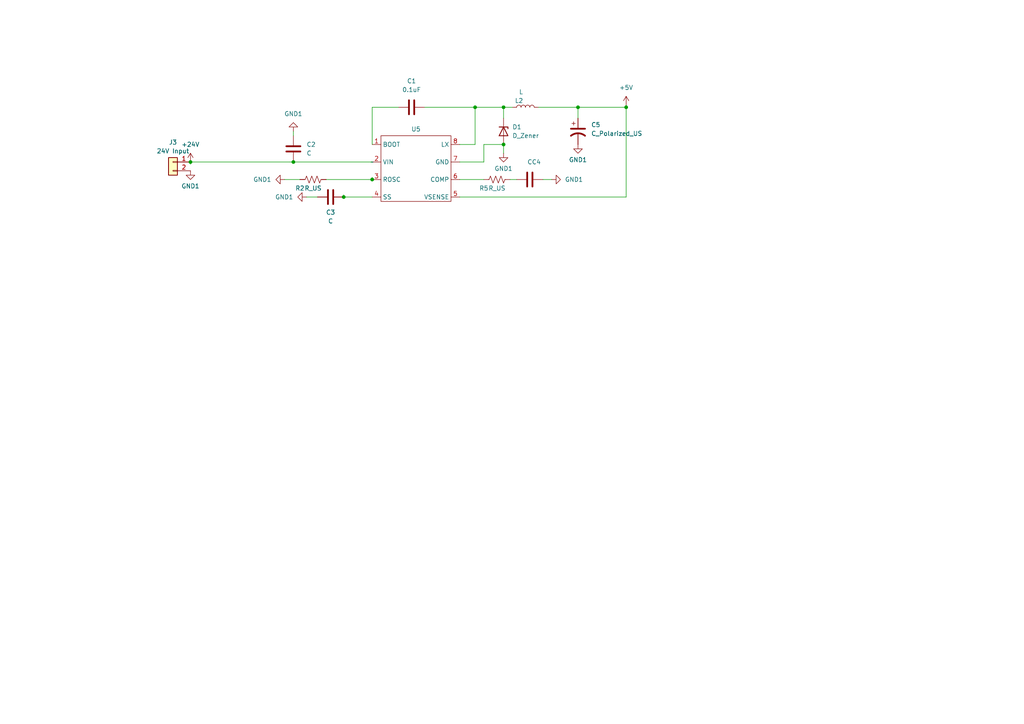
<source format=kicad_sch>
(kicad_sch (version 20230121) (generator eeschema)
  (paper "A4")
  (lib_symbols
    (symbol "Connector_Generic:Conn_01x02" (pin_names (offset 1.016) hide)
      (property "Reference" "J" (at 0 2.54 0))
      (property "Value" "Conn_01x02" (at 0 -5.08 0))
      (symbol "Conn_01x02_1_1"
        (rectangle (start -1.27 -2.413) (end 0 -2.667) (stroke (width 0.1524)))
        (rectangle (start -1.27 0.127) (end 0 -0.127) (stroke (width 0.1524)))
        (rectangle (start -1.27 1.27) (end 1.27 -3.81) (stroke (width 0.254)) (fill (type background)))
        (pin passive line (at -5.08 0 0) (length 3.81) (name "Pin_1") (number "1"))
        (pin passive line (at -5.08 -2.54 0) (length 3.81) (name "Pin_2") (number "2"))
      )
    )
    (symbol "Device:C" (pin_numbers hide) (pin_names (offset 0.254))
      (property "Reference" "C" (at 0.635 2.54 0))
      (property "Value" "C" (at 0.635 -2.54 0))
      (symbol "C_0_1"
        (polyline (pts (xy -2.032 -0.762) (xy 2.032 -0.762)) (stroke (width 0.508)))
        (polyline (pts (xy -2.032 0.762) (xy 2.032 0.762)) (stroke (width 0.508)))
      )
      (symbol "C_1_1"
        (pin passive line (at 0 3.81 270) (length 2.794) (name "~") (number "1"))
        (pin passive line (at 0 -3.81 90) (length 2.794) (name "~") (number "2"))
      )
    )
    (symbol "Device:C_Polarized_US" (pin_numbers hide) (pin_names (offset 0.254) hide)
      (property "Reference" "C" (at 0.635 2.54 0))
      (property "Value" "C_Polarized_US" (at 0.635 -2.54 0))
      (symbol "C_Polarized_US_0_1"
        (polyline (pts (xy -2.032 0.762) (xy 2.032 0.762)) (stroke (width 0.508)))
        (polyline (pts (xy -1.778 2.286) (xy -0.762 2.286)))
        (polyline (pts (xy -1.27 1.778) (xy -1.27 2.794)))
        (arc (start 2.032 -1.27) (mid 0 -0.5572) (end -2.032 -1.27) (stroke (width 0.508)))
      )
      (symbol "C_Polarized_US_1_1"
        (pin passive line (at 0 3.81 270) (length 2.794) (name "~") (number "1"))
        (pin passive line (at 0 -3.81 90) (length 3.302) (name "~") (number "2"))
      )
    )
    (symbol "Device:D_Zener" (pin_numbers hide) (pin_names (offset 1.016) hide)
      (property "Reference" "D" (at 0 2.54 0))
      (property "Value" "D_Zener" (at 0 -2.54 0))
      (symbol "D_Zener_0_1"
        (polyline (pts (xy 1.27 0) (xy -1.27 0)))
        (polyline (pts (xy -1.27 -1.27) (xy -1.27 1.27) (xy -0.762 1.27)) (stroke (width 0.254)))
        (polyline (pts (xy 1.27 -1.27) (xy 1.27 1.27) (xy -1.27 0) (xy 1.27 -1.27)) (stroke (width 0.254)))
      )
      (symbol "D_Zener_1_1"
        (pin passive line (at -3.81 0 0) (length 2.54) (name "K") (number "1"))
        (pin passive line (at 3.81 0 180) (length 2.54) (name "A") (number "2"))
      )
    )
    (symbol "Device:L" (pin_numbers hide) (pin_names (offset 1.016) hide)
      (property "Reference" "L" (at -1.27 0 90))
      (property "Value" "L" (at 1.905 0 90))
      (symbol "L_0_1"
        (arc (start 0 -2.54) (mid 0.6323 -1.905) (end 0 -1.27))
        (arc (start 0 -1.27) (mid 0.6323 -0.635) (end 0 0))
        (arc (start 0 0) (mid 0.6323 0.635) (end 0 1.27))
        (arc (start 0 1.27) (mid 0.6323 1.905) (end 0 2.54))
      )
      (symbol "L_1_1"
        (pin passive line (at 0 3.81 270) (length 1.27) (name "1") (number "1"))
        (pin passive line (at 0 -3.81 90) (length 1.27) (name "2") (number "2"))
      )
    )
    (symbol "Device:R_US" (pin_numbers hide) (pin_names (offset 0))
      (property "Reference" "R" (at 2.54 0 90))
      (property "Value" "R_US" (at -2.54 0 90))
      (symbol "R_US_0_1"
        (polyline (pts (xy 0 -2.286) (xy 0 -2.54)))
        (polyline (pts (xy 0 2.286) (xy 0 2.54)))
        (polyline (pts (xy 0 -0.762) (xy 1.016 -1.143) (xy 0 -1.524) (xy -1.016 -1.905) (xy 0 -2.286)))
        (polyline (pts (xy 0 0.762) (xy 1.016 0.381) (xy 0 0) (xy -1.016 -0.381) (xy 0 -0.762)))
        (polyline (pts (xy 0 2.286) (xy 1.016 1.905) (xy 0 1.524) (xy -1.016 1.143) (xy 0 0.762)))
      )
      (symbol "R_US_1_1"
        (pin passive line (at 0 3.81 270) (length 1.27) (name "~") (number "1"))
        (pin passive line (at 0 -3.81 90) (length 1.27) (name "~") (number "2"))
      )
    )
    (symbol "TPS5405DR_1"
      (property "Reference" "U4" (at 5.08 9.525 0))
      (property "Value" "~" (at -7.62 0 0))
      (symbol "TPS5405DR_1_0_1"
        (rectangle (start -5.08 7.62) (end 15.24 -11.43))
      )
      (symbol "TPS5405DR_1_1_1"
        (pin input line (at -7.62 5.08 0) (length 2.54) (name "BOOT") (number "1"))
        (pin input line (at -7.62 0 0) (length 2.54) (name "VIN") (number "2"))
        (pin input line (at -7.62 -5.08 0) (length 2.54) (name "ROSC") (number "3"))
        (pin input line (at -7.62 -10.16 0) (length 2.54) (name "SS") (number "4"))
        (pin input line (at 17.78 -10.16 180) (length 2.54) (name "VSENSE") (number "5"))
        (pin input line (at 17.78 -5.08 180) (length 2.54) (name "COMP") (number "6"))
        (pin input line (at 17.78 0 180) (length 2.54) (name "GND") (number "7"))
        (pin input line (at 17.78 5.08 180) (length 2.54) (name "LX") (number "8"))
      )
    )
    (symbol "power:+24V" (power) (pin_names (offset 0))
      (property "Value" "+24V" (at 0 3.556 0))
      (symbol "+24V_0_1"
        (polyline (pts (xy -0.762 1.27) (xy 0 2.54)))
        (polyline (pts (xy 0 0) (xy 0 2.54)))
        (polyline (pts (xy 0 2.54) (xy 0.762 1.27)))
      )
      (symbol "+24V_1_1"
        (pin power_in line (at 0 0 90) (length 0) hide (name "+24V") (number "1"))
      )
    )
    (symbol "power:+5V" (power) (pin_names (offset 0))
      (property "Value" "+5V" (at 0 3.556 0))
      (symbol "+5V_0_1"
        (polyline (pts (xy -0.762 1.27) (xy 0 2.54)))
        (polyline (pts (xy 0 0) (xy 0 2.54)))
        (polyline (pts (xy 0 2.54) (xy 0.762 1.27)))
      )
      (symbol "+5V_1_1"
        (pin power_in line (at 0 0 90) (length 0) hide (name "+5V") (number "1"))
      )
    )
    (symbol "power:GND1" (power) (pin_names (offset 0))
      (property "Value" "GND1" (at 0 -3.81 0))
      (symbol "GND1_0_1"
        (polyline (pts (xy 0 0) (xy 0 -1.27) (xy 1.27 -1.27) (xy 0 -2.54) (xy -1.27 -1.27) (xy 0 -1.27)))
      )
      (symbol "GND1_1_1"
        (pin power_in line (at 0 0 270) (length 0) hide (name "GND1") (number "1"))
      )
    )
  )
  (junction (at 167.64 31.115))
  (junction (at 99.695 57.15))
  (junction (at 146.05 31.115))
  (junction (at 85.09 46.99))
  (junction (at 55.245 46.99))
  (junction (at 107.95 52.07))
  (junction (at 181.61 31.115))
  (junction (at 137.795 31.115))
  (junction (at 146.05 41.91))
  (wire (pts (xy 88.9 57.15) (xy 92.075 57.15)))
  (wire (pts (xy 140.335 46.99) (xy 140.335 41.91)))
  (wire (pts (xy 156.21 31.115) (xy 167.64 31.115)))
  (wire (pts (xy 107.95 31.115) (xy 115.57 31.115)))
  (wire (pts (xy 107.95 46.99) (xy 85.09 46.99)))
  (wire (pts (xy 85.09 46.99) (xy 55.245 46.99)))
  (wire (pts (xy 107.95 57.15) (xy 99.695 57.15)))
  (wire (pts (xy 85.09 38.1) (xy 85.09 39.37)))
  (wire (pts (xy 157.48 52.07) (xy 160.02 52.07)))
  (wire (pts (xy 55.245 46.99) (xy 55.245 47.625)))
  (wire (pts (xy 146.05 41.91) (xy 146.05 44.45)))
  (wire (pts (xy 94.615 52.07) (xy 107.95 52.07)))
  (wire (pts (xy 123.19 31.115) (xy 137.795 31.115)))
  (wire (pts (xy 82.55 52.07) (xy 86.995 52.07)))
  (wire (pts (xy 181.61 30.48) (xy 181.61 31.115)))
  (wire (pts (xy 147.955 52.07) (xy 149.86 52.07)))
  (wire (pts (xy 140.335 41.91) (xy 146.05 41.91)))
  (wire (pts (xy 133.35 46.99) (xy 140.335 46.99)))
  (wire (pts (xy 133.35 41.91) (xy 137.795 41.91)))
  (wire (pts (xy 133.35 52.07) (xy 140.335 52.07)))
  (wire (pts (xy 146.05 31.115) (xy 148.59 31.115)))
  (wire (pts (xy 137.795 31.115) (xy 146.05 31.115)))
  (wire (pts (xy 146.05 31.115) (xy 146.05 34.29)))
  (wire (pts (xy 107.95 41.91) (xy 107.95 31.115)))
  (wire (pts (xy 181.61 57.15) (xy 181.61 31.115)))
  (wire (pts (xy 167.64 31.115) (xy 167.64 34.29)))
  (wire (pts (xy 107.95 52.07) (xy 108.14 52.07)))
  (wire (pts (xy 99.695 57.15) (xy 99.695 56.515)))
  (wire (pts (xy 167.64 31.115) (xy 181.61 31.115)))
  (wire (pts (xy 107.95 51.435) (xy 107.95 52.07)))
  (wire (pts (xy 137.795 41.91) (xy 137.795 31.115)))
  (wire (pts (xy 133.35 57.15) (xy 181.61 57.15)))
  (symbol (lib_id "Device:C") (at 153.67 52.07 90) (unit 1)
    (property "Reference" "C4" (at 155.575 46.99 90))
    (property "Value" "C" (at 153.67 46.99 90))
    (property "Footprint" "Capacitor_SMD:C_0402_1005Metric" (effects hide))
  )
  (symbol (lib_id "power:GND1") (at 88.9 57.15 270) (unit 1)
    (property "Reference" "#PWR01" (effects hide))
    (property "Value" "GND1" (at 85.09 57.15 90) (effects (justify right)))
    (instances (project "DigitalWeldReader-Henry" (path "" (reference "#PWR01") (unit 1)) (path "" (reference "#PWR019") (unit 1))))
  )
  (symbol (lib_id "power:+5V") (at 181.61 30.48 0) (unit 1)
    (property "Reference" "#PWR013" (effects hide))
    (property "Value" "+5V" (at 181.61 25.4 0))
  )
  (symbol (lib_id "Device:R_US") (at 90.805 52.07 90) (unit 1)
    (property "Reference" "R2" (at 86.995 54.61 90))
    (property "Value" "R_US" (at 90.805 54.61 90))
    (property "Footprint" "Resistor_SMD:R_0402_1005Metric" (effects hide))
  )
  (symbol (lib_id "power:GND1") (at 146.05 44.45 0) (unit 1)
    (property "Reference" "#PWR01" (effects hide))
    (property "Value" "GND1" (at 146.05 48.895 0))
    (instances (project "DigitalWeldReader-Henry" (path "" (reference "#PWR01") (unit 1)) (path "" (reference "#PWR015") (unit 1))))
  )
  (symbol (lib_id "power:GND1") (at 85.09 38.1 180) (unit 1)
    (property "Reference" "#PWR01" (effects hide))
    (property "Value" "GND1" (at 85.09 33.02 0))
    (instances (project "DigitalWeldReader-Henry" (path "" (reference "#PWR01") (unit 1)) (path "" (reference "#PWR014") (unit 1))))
  )
  (symbol (lib_id "power:GND1") (at 167.64 41.91 0) (unit 1)
    (property "Reference" "#PWR01" (effects hide))
    (property "Value" "GND1" (at 167.64 46.355 0))
    (instances (project "DigitalWeldReader-Henry" (path "" (reference "#PWR01") (unit 1)) (path "" (reference "#PWR016") (unit 1))))
  )
  (symbol (lib_id "Device:C") (at 85.09 43.18 180) (unit 1)
    (property "Reference" "C2" (at 88.9 41.91 0) (effects (justify right)))
    (property "Value" "C" (at 88.9 44.45 0) (effects (justify right)))
    (property "Footprint" "Capacitor_SMD:C_0402_1005Metric" (effects hide))
  )
  (symbol (lib_id "Device:C") (at 119.38 31.115 90) (unit 1)
    (property "Reference" "C1" (at 119.38 23.495 90))
    (property "Value" "0.1uF" (at 119.38 26.035 90))
    (property "Footprint" "Capacitor_SMD:C_0402_1005Metric" (effects hide))
  )
  (symbol (lib_id "power:+24V") (at 55.245 46.99 0) (unit 1)
    (property "Reference" "#PWR011" (effects hide))
    (property "Value" "+24V" (at 55.245 41.91 0))
  )
  (symbol (lib_id "Device:C_Polarized_US") (at 167.64 38.1 0) (unit 1)
    (property "Reference" "C5" (at 171.45 36.195 0) (effects (justify left)))
    (property "Value" "C_Polarized_US" (at 171.45 38.735 0) (effects (justify left)))
    (property "Footprint" "Capacitor_SMD:C_0402_1005Metric" (effects hide))
  )
  (symbol (lib_name "TPS5405DR_1") (lib_id "Regulator:TPS5405DR") (at 115.57 46.99 0) (unit 1)
    (property "Reference" "U5" (at 120.65 37.465 0))
    (property "Value" "~" (at 107.95 46.99 0))
  )
  (symbol (lib_id "power:GND1") (at 82.55 52.07 270) (unit 1)
    (property "Reference" "#PWR01" (effects hide))
    (property "Value" "GND1" (at 78.74 52.07 90) (effects (justify right)))
    (instances (project "DigitalWeldReader-Henry" (path "" (reference "#PWR01") (unit 1)) (path "" (reference "#PWR018") (unit 1))))
  )
  (symbol (lib_id "power:GND1") (at 55.245 49.53 0) (unit 1)
    (property "Reference" "#PWR01" (effects hide))
    (property "Value" "GND1" (at 55.245 53.975 0))
    (instances (project "DigitalWeldReader-Henry" (path "" (reference "#PWR01") (unit 1)) (path "" (reference "#PWR012") (unit 1))))
  )
  (symbol (lib_id "Connector_Generic:Conn_01x02") (at 50.165 46.99 0) (mirror y) (unit 1)
    (property "Reference" "J3" (at 50.165 41.275 0))
    (property "Value" "24V Input" (at 50.165 43.815 0))
    (property "Footprint" "Connector_Phoenix_MC:PhoenixContact_MCV_1,5_2-GF-3.81_1x02_P3.81mm_Vertical_ThreadedFlange_MountHole" (effects hide))
    (instances (project "DigitalWeldReader-Henry" (path "" (reference "J3") (unit 1)) (path "" (reference "J4") (unit 1))))
  )
  (symbol (lib_id "power:GND1") (at 160.02 52.07 90) (unit 1)
    (property "Reference" "#PWR01" (effects hide))
    (property "Value" "GND1" (at 163.83 52.07 90) (effects (justify right)))
    (instances (project "DigitalWeldReader-Henry" (path "" (reference "#PWR01") (unit 1)) (path "" (reference "#PWR017") (unit 1))))
  )
  (symbol (lib_id "Device:C") (at 95.885 57.15 90) (unit 1)
    (property "Reference" "C3" (at 95.885 61.595 90))
    (property "Value" "C" (at 95.885 64.135 90))
    (property "Footprint" "Capacitor_SMD:C_0402_1005Metric" (effects hide))
  )
  (symbol (lib_id "Device:D_Zener") (at 146.05 38.1 270) (unit 1)
    (property "Reference" "D1" (at 148.59 36.83 90) (effects (justify left)))
    (property "Value" "D_Zener" (at 148.59 39.37 90) (effects (justify left)))
    (property "Footprint" "Diode_SMD:D_01005_0402Metric" (effects hide))
  )
  (symbol (lib_id "Device:L") (at 152.4 31.115 90) (unit 1)
    (property "Reference" "L2" (at 151.765 29.21 90) (effects (justify left)))
    (property "Value" "L" (at 151.765 26.67 90) (effects (justify left)))
    (property "Footprint" "Inductor_SMD:L_6.3x6.3_H3" (effects hide))
  )
  (symbol (lib_id "Device:R_US") (at 144.145 52.07 90) (unit 1)
    (property "Reference" "R5" (at 140.335 54.61 90))
    (property "Value" "R_US" (at 144.145 54.61 90))
    (property "Footprint" "Resistor_SMD:R_0402_1005Metric" (effects hide))
  )
)
</source>
